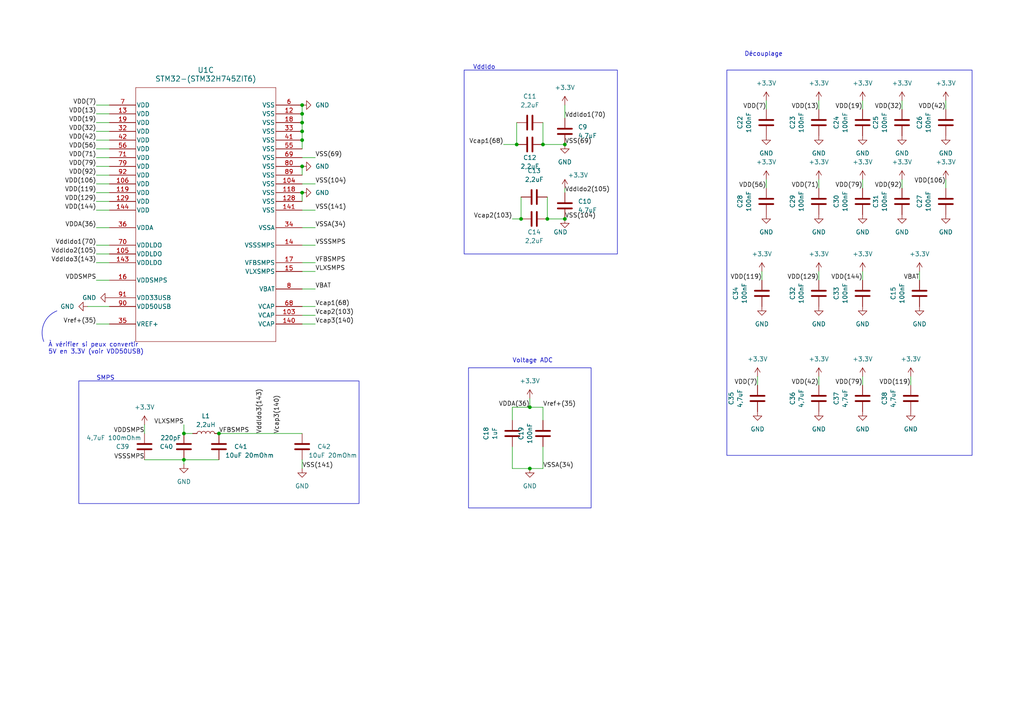
<source format=kicad_sch>
(kicad_sch (version 20230121) (generator eeschema)
  (paper "A4")
  (title_block (title "Payload") (rev "0") (company "GAUL"))
  (lib_symbols
    (symbol "Device:C" (pin_numbers hide) (pin_names (offset 0.254))
      (property "Reference" "C" (at 0.635 2.54 0))
      (property "Value" "C" (at 0.635 -2.54 0))
      (symbol "C_0_1"
        (polyline (pts (xy -2.032 -0.762) (xy 2.032 -0.762)) (stroke (width 0.508)))
        (polyline (pts (xy -2.032 0.762) (xy 2.032 0.762)) (stroke (width 0.508)))
      )
      (symbol "C_1_1"
        (pin passive line (at 0 3.81 270) (length 2.794) (name "~") (number "1"))
        (pin passive line (at 0 -3.81 90) (length 2.794) (name "~") (number "2"))
      )
    )
    (symbol "Device:L" (pin_numbers hide) (pin_names (offset 1.016) hide)
      (property "Reference" "L" (at -1.27 0 90))
      (property "Value" "L" (at 1.905 0 90))
      (symbol "L_0_1"
        (arc (start 0 -2.54) (mid 0.6323 -1.905) (end 0 -1.27))
        (arc (start 0 -1.27) (mid 0.6323 -0.635) (end 0 0))
        (arc (start 0 0) (mid 0.6323 0.635) (end 0 1.27))
        (arc (start 0 1.27) (mid 0.6323 1.905) (end 0 2.54))
      )
      (symbol "L_1_1"
        (pin passive line (at 0 3.81 270) (length 1.27) (name "1") (number "1"))
        (pin passive line (at 0 -3.81 90) (length 1.27) (name "2") (number "2"))
      )
    )
    (symbol "GAUL-Symboles:STM32-(STM32H745ZIT6)" (pin_names (offset 0.254))
      (property "Reference" "U" (at 30.48 10.16 0))
      (property "Value" "STM32-(STM32H745ZIT6)" (at 30.48 7.62 0))
      (symbol "STM32-(STM32H745ZIT6)_1_1"
        (polyline (pts (xy 7.62 -86.36) (xy 53.34 -86.36)) (stroke (width 0.127)))
        (polyline (pts (xy 7.62 5.08) (xy 7.62 -86.36)) (stroke (width 0.127)))
        (polyline (pts (xy 53.34 -86.36) (xy 53.34 5.08)) (stroke (width 0.127)))
        (polyline (pts (xy 53.34 5.08) (xy 7.62 5.08)) (stroke (width 0.127)))
        (pin bidirectional line (at 60.96 -35.56 180) (length 7.62) (name "PC14-OSC32_IN") (number "10"))
        (pin bidirectional line (at 0 -27.94 0) (length 7.62) (name "PA11") (number "100"))
        (pin bidirectional line (at 0 -30.48 0) (length 7.62) (name "PA12") (number "101"))
        (pin bidirectional line (at 0 -33.02 0) (length 7.62) (name "PA13") (number "102"))
        (pin bidirectional line (at 0 -35.56 0) (length 7.62) (name "PA14") (number "107"))
        (pin bidirectional line (at 0 -38.1 0) (length 7.62) (name "PA15") (number "108"))
        (pin bidirectional line (at 60.96 -25.4 180) (length 7.62) (name "PC10") (number "109"))
        (pin bidirectional line (at 60.96 -38.1 180) (length 7.62) (name "PC15-OSC32_OUT") (number "11"))
        (pin bidirectional line (at 60.96 -27.94 180) (length 7.62) (name "PC11") (number "110"))
        (pin bidirectional line (at 60.96 -30.48 180) (length 7.62) (name "PC12") (number "111"))
        (pin bidirectional line (at 60.96 -43.18 180) (length 7.62) (name "PD0") (number "112"))
        (pin bidirectional line (at 60.96 -45.72 180) (length 7.62) (name "PD1") (number "113"))
        (pin bidirectional line (at 60.96 -48.26 180) (length 7.62) (name "PD2") (number "114"))
        (pin bidirectional line (at 60.96 -50.8 180) (length 7.62) (name "PD3") (number "115"))
        (pin bidirectional line (at 60.96 -53.34 180) (length 7.62) (name "PD4") (number "116"))
        (pin bidirectional line (at 60.96 -55.88 180) (length 7.62) (name "PD5") (number "117"))
        (pin bidirectional line (at 60.96 -58.42 180) (length 7.62) (name "PD6") (number "120"))
        (pin bidirectional line (at 60.96 -60.96 180) (length 7.62) (name "PD7") (number "121"))
        (pin bidirectional line (at 0 -50.8 0) (length 7.62) (name "PB3") (number "130"))
        (pin bidirectional line (at 0 -53.34 0) (length 7.62) (name "PB4") (number "131"))
        (pin bidirectional line (at 0 -55.88 0) (length 7.62) (name "PB5") (number "132"))
        (pin bidirectional line (at 0 -58.42 0) (length 7.62) (name "PB6") (number "133"))
        (pin bidirectional line (at 0 -60.96 0) (length 7.62) (name "PB7") (number "134"))
        (pin bidirectional line (at 0 -63.5 0) (length 7.62) (name "PB8") (number "136"))
        (pin bidirectional line (at 0 -66.04 0) (length 7.62) (name "PB9") (number "137"))
        (pin bidirectional line (at 60.96 0 180) (length 7.62) (name "PC0") (number "28"))
        (pin bidirectional line (at 60.96 -2.54 180) (length 7.62) (name "PC1") (number "29"))
        (pin bidirectional line (at 60.96 -5.08 180) (length 7.62) (name "PC2_C") (number "30"))
        (pin bidirectional line (at 60.96 -7.62 180) (length 7.62) (name "PC3_C") (number "31"))
        (pin bidirectional line (at 0 0 0) (length 7.62) (name "PA0") (number "37"))
        (pin bidirectional line (at 0 -2.54 0) (length 7.62) (name "PA1") (number "38"))
        (pin bidirectional line (at 0 -5.08 0) (length 7.62) (name "PA2") (number "39"))
        (pin bidirectional line (at 0 -7.62 0) (length 7.62) (name "PA3") (number "40"))
        (pin bidirectional line (at 0 -10.16 0) (length 7.62) (name "PA4") (number "43"))
        (pin bidirectional line (at 0 -12.7 0) (length 7.62) (name "PA5") (number "44"))
        (pin bidirectional line (at 0 -15.24 0) (length 7.62) (name "PA6") (number "45"))
        (pin bidirectional line (at 0 -17.78 0) (length 7.62) (name "PA7") (number "46"))
        (pin bidirectional line (at 60.96 -10.16 180) (length 7.62) (name "PC4") (number "47"))
        (pin bidirectional line (at 60.96 -12.7 180) (length 7.62) (name "PC5") (number "48"))
        (pin bidirectional line (at 0 -43.18 0) (length 7.62) (name "PB0") (number "49"))
        (pin bidirectional line (at 0 -45.72 0) (length 7.62) (name "PB1") (number "50"))
        (pin bidirectional line (at 0 -48.26 0) (length 7.62) (name "PB2") (number "51"))
        (pin bidirectional line (at 0 -68.58 0) (length 7.62) (name "PB10") (number "66"))
        (pin bidirectional line (at 0 -71.12 0) (length 7.62) (name "PB11") (number "67"))
        (pin bidirectional line (at 0 -73.66 0) (length 7.62) (name "PB12") (number "72"))
        (pin bidirectional line (at 0 -76.2 0) (length 7.62) (name "PB13") (number "73"))
        (pin bidirectional line (at 0 -78.74 0) (length 7.62) (name "PB14") (number "74"))
        (pin bidirectional line (at 0 -81.28 0) (length 7.62) (name "PB15") (number "75"))
        (pin bidirectional line (at 60.96 -63.5 180) (length 7.62) (name "PD8") (number "76"))
        (pin bidirectional line (at 60.96 -66.04 180) (length 7.62) (name "PD9") (number "77"))
        (pin bidirectional line (at 60.96 -68.58 180) (length 7.62) (name "PD10") (number "78"))
        (pin bidirectional line (at 60.96 -71.12 180) (length 7.62) (name "PD11") (number "81"))
        (pin bidirectional line (at 60.96 -73.66 180) (length 7.62) (name "PD12") (number "82"))
        (pin bidirectional line (at 60.96 -76.2 180) (length 7.62) (name "PD13") (number "83"))
        (pin bidirectional line (at 60.96 -78.74 180) (length 7.62) (name "PD14") (number "84"))
        (pin bidirectional line (at 60.96 -81.28 180) (length 7.62) (name "PD15") (number "85"))
        (pin bidirectional line (at 60.96 -33.02 180) (length 7.62) (name "PC13") (number "9"))
        (pin bidirectional line (at 60.96 -15.24 180) (length 7.62) (name "PC6") (number "93"))
        (pin bidirectional line (at 60.96 -17.78 180) (length 7.62) (name "PC7") (number "94"))
        (pin bidirectional line (at 60.96 -20.32 180) (length 7.62) (name "PC8") (number "95"))
        (pin bidirectional line (at 60.96 -22.86 180) (length 7.62) (name "PC9") (number "96"))
        (pin bidirectional line (at 0 -20.32 0) (length 7.62) (name "PA8") (number "97"))
        (pin bidirectional line (at 0 -22.86 0) (length 7.62) (name "PA9") (number "98"))
        (pin bidirectional line (at 0 -25.4 0) (length 7.62) (name "PA10") (number "99"))
      )
      (symbol "STM32-(STM32H745ZIT6)_2_1"
        (polyline (pts (xy 7.62 -66.04) (xy 48.26 -66.04)) (stroke (width 0.127)))
        (polyline (pts (xy 7.62 5.08) (xy 7.62 -66.04)) (stroke (width 0.127)))
        (polyline (pts (xy 48.26 -66.04) (xy 48.26 5.08)) (stroke (width 0.127)))
        (polyline (pts (xy 48.26 5.08) (xy 7.62 5.08)) (stroke (width 0.127)))
        (pin bidirectional line (at 0 -5.08 0) (length 7.62) (name "PE2") (number "1"))
        (pin bidirectional line (at 55.88 -7.62 180) (length 7.62) (name "PG9") (number "122"))
        (pin bidirectional line (at 55.88 -10.16 180) (length 7.62) (name "PG10") (number "123"))
        (pin bidirectional line (at 55.88 -12.7 180) (length 7.62) (name "PG11") (number "124"))
        (pin bidirectional line (at 55.88 -15.24 180) (length 7.62) (name "PG12") (number "125"))
        (pin bidirectional line (at 55.88 -17.78 180) (length 7.62) (name "PG13") (number "126"))
        (pin bidirectional line (at 55.88 -20.32 180) (length 7.62) (name "PG14") (number "127"))
        (pin input line (at 55.88 -38.1 180) (length 7.62) (name "BOOT0") (number "135"))
        (pin bidirectional line (at 0 0 0) (length 7.62) (name "PE0") (number "138"))
        (pin bidirectional line (at 0 -2.54 0) (length 7.62) (name "PE1") (number "139"))
        (pin bidirectional line (at 55.88 -43.18 180) (length 7.62) (name "PDR_ON") (number "142"))
        (pin bidirectional line (at 0 -7.62 0) (length 7.62) (name "PE3") (number "2"))
        (pin bidirectional line (at 0 -43.18 0) (length 7.62) (name "PF6") (number "20"))
        (pin bidirectional line (at 0 -45.72 0) (length 7.62) (name "PF7") (number "21"))
        (pin bidirectional line (at 0 -48.26 0) (length 7.62) (name "PF8") (number "22"))
        (pin bidirectional line (at 0 -50.8 0) (length 7.62) (name "PF9") (number "23"))
        (pin bidirectional line (at 0 -53.34 0) (length 7.62) (name "PF10") (number "24"))
        (pin bidirectional line (at 55.88 -25.4 180) (length 7.62) (name "PH0-OSC_IN") (number "25"))
        (pin bidirectional line (at 55.88 -27.94 180) (length 7.62) (name "PH1-OSC_OUT") (number "26"))
        (pin bidirectional line (at 55.88 -33.02 180) (length 7.62) (name "NRST") (number "27"))
        (pin bidirectional line (at 0 -10.16 0) (length 7.62) (name "PE4") (number "3"))
        (pin bidirectional line (at 0 -12.7 0) (length 7.62) (name "PE5") (number "4"))
        (pin bidirectional line (at 0 -15.24 0) (length 7.62) (name "PE6") (number "5"))
        (pin bidirectional line (at 0 -55.88 0) (length 7.62) (name "PF11") (number "52"))
        (pin bidirectional line (at 0 -58.42 0) (length 7.62) (name "PF14") (number "53"))
        (pin bidirectional line (at 0 -60.96 0) (length 7.62) (name "PF15") (number "54"))
        (pin bidirectional line (at 0 -17.78 0) (length 7.62) (name "PE7") (number "57"))
        (pin bidirectional line (at 0 -20.32 0) (length 7.62) (name "PE8") (number "58"))
        (pin bidirectional line (at 0 -22.86 0) (length 7.62) (name "PE9") (number "59"))
        (pin bidirectional line (at 0 -25.4 0) (length 7.62) (name "PE10") (number "60"))
        (pin bidirectional line (at 0 -27.94 0) (length 7.62) (name "PE11") (number "61"))
        (pin bidirectional line (at 0 -30.48 0) (length 7.62) (name "PE12") (number "62"))
        (pin bidirectional line (at 0 -33.02 0) (length 7.62) (name "PE13") (number "63"))
        (pin bidirectional line (at 0 -35.56 0) (length 7.62) (name "PE14") (number "64"))
        (pin bidirectional line (at 0 -38.1 0) (length 7.62) (name "PE15") (number "65"))
        (pin bidirectional line (at 55.88 0 180) (length 7.62) (name "PG6") (number "86"))
        (pin bidirectional line (at 55.88 -2.54 180) (length 7.62) (name "PG7") (number "87"))
        (pin bidirectional line (at 55.88 -5.08 180) (length 7.62) (name "PG8") (number "88"))
      )
      (symbol "STM32-(STM32H745ZIT6)_3_1"
        (polyline (pts (xy 7.62 -68.58) (xy 48.26 -68.58)) (stroke (width 0.127)))
        (polyline (pts (xy 7.62 5.08) (xy 7.62 -68.58)) (stroke (width 0.127)))
        (polyline (pts (xy 48.26 -68.58) (xy 48.26 5.08)) (stroke (width 0.127)))
        (polyline (pts (xy 48.26 5.08) (xy 7.62 5.08)) (stroke (width 0.127)))
        (pin power_in line (at 55.88 -60.96 180) (length 7.62) (name "VCAP") (number "103"))
        (pin power_in line (at 55.88 -22.86 180) (length 7.62) (name "VSS") (number "104"))
        (pin power_in line (at 0 -43.18 0) (length 7.62) (name "VDDLDO") (number "105"))
        (pin power_in line (at 0 -22.86 0) (length 7.62) (name "VDD") (number "106"))
        (pin power_in line (at 55.88 -25.4 180) (length 7.62) (name "VSS") (number "118"))
        (pin power_in line (at 0 -25.4 0) (length 7.62) (name "VDD") (number "119"))
        (pin power_in line (at 55.88 -2.54 180) (length 7.62) (name "VSS") (number "12"))
        (pin power_in line (at 55.88 -27.94 180) (length 7.62) (name "VSS") (number "128"))
        (pin power_in line (at 0 -27.94 0) (length 7.62) (name "VDD") (number "129"))
        (pin power_in line (at 0 -2.54 0) (length 7.62) (name "VDD") (number "13"))
        (pin power_in line (at 55.88 -40.64 180) (length 7.62) (name "VSSSMPS") (number "14"))
        (pin power_in line (at 55.88 -63.5 180) (length 7.62) (name "VCAP") (number "140"))
        (pin power_in line (at 55.88 -30.48 180) (length 7.62) (name "VSS") (number "141"))
        (pin power_in line (at 0 -45.72 0) (length 7.62) (name "VDDLDO") (number "143"))
        (pin power_in line (at 0 -30.48 0) (length 7.62) (name "VDD") (number "144"))
        (pin power_in line (at 55.88 -48.26 180) (length 7.62) (name "VLXSMPS") (number "15"))
        (pin power_in line (at 0 -50.8 0) (length 7.62) (name "VDDSMPS") (number "16"))
        (pin power_in line (at 55.88 -45.72 180) (length 7.62) (name "VFBSMPS") (number "17"))
        (pin power_in line (at 55.88 -5.08 180) (length 7.62) (name "VSS") (number "18"))
        (pin power_in line (at 0 -5.08 0) (length 7.62) (name "VDD") (number "19"))
        (pin power_in line (at 0 -7.62 0) (length 7.62) (name "VDD") (number "32"))
        (pin power_in line (at 55.88 -7.62 180) (length 7.62) (name "VSS") (number "33"))
        (pin power_in line (at 55.88 -35.56 180) (length 7.62) (name "VSSA") (number "34"))
        (pin power_in line (at 0 -63.5 0) (length 7.62) (name "VREF+") (number "35"))
        (pin power_in line (at 0 -35.56 0) (length 7.62) (name "VDDA") (number "36"))
        (pin power_in line (at 55.88 -10.16 180) (length 7.62) (name "VSS") (number "41"))
        (pin power_in line (at 0 -10.16 0) (length 7.62) (name "VDD") (number "42"))
        (pin power_in line (at 55.88 -12.7 180) (length 7.62) (name "VSS") (number "55"))
        (pin power_in line (at 0 -12.7 0) (length 7.62) (name "VDD") (number "56"))
        (pin power_in line (at 55.88 0 180) (length 7.62) (name "VSS") (number "6"))
        (pin power_in line (at 55.88 -58.42 180) (length 7.62) (name "VCAP") (number "68"))
        (pin power_in line (at 55.88 -15.24 180) (length 7.62) (name "VSS") (number "69"))
        (pin power_in line (at 0 0 0) (length 7.62) (name "VDD") (number "7"))
        (pin power_in line (at 0 -40.64 0) (length 7.62) (name "VDDLDO") (number "70"))
        (pin power_in line (at 0 -15.24 0) (length 7.62) (name "VDD") (number "71"))
        (pin power_in line (at 0 -17.78 0) (length 7.62) (name "VDD") (number "79"))
        (pin power_in line (at 55.88 -53.34 180) (length 7.62) (name "VBAT") (number "8"))
        (pin power_in line (at 55.88 -17.78 180) (length 7.62) (name "VSS") (number "80"))
        (pin power_in line (at 55.88 -20.32 180) (length 7.62) (name "VSS") (number "89"))
        (pin power_in line (at 0 -58.42 0) (length 7.62) (name "VDD50USB") (number "90"))
        (pin power_in line (at 0 -55.88 0) (length 7.62) (name "VDD33USB") (number "91"))
        (pin power_in line (at 0 -20.32 0) (length 7.62) (name "VDD") (number "92"))
      )
    )
    (symbol "power:+3.3V" (power) (pin_names (offset 0))
      (property "Value" "+3.3V" (at 0 3.556 0))
      (symbol "+3.3V_0_1"
        (polyline (pts (xy -0.762 1.27) (xy 0 2.54)))
        (polyline (pts (xy 0 0) (xy 0 2.54)))
        (polyline (pts (xy 0 2.54) (xy 0.762 1.27)))
      )
      (symbol "+3.3V_1_1"
        (pin power_in line (at 0 0 90) (length 0) hide (name "+3.3V") (number "1"))
      )
    )
    (symbol "power:GND" (power) (pin_names (offset 0))
      (property "Value" "GND" (at 0 -3.81 0))
      (symbol "GND_0_1"
        (polyline (pts (xy 0 0) (xy 0 -1.27) (xy 1.27 -1.27) (xy 0 -2.54) (xy -1.27 -1.27) (xy 0 -1.27)))
      )
      (symbol "GND_1_1"
        (pin power_in line (at 0 0 270) (length 0) hide (name "GND") (number "1"))
      )
    )
  )
  (junction (at 53.34 125.73))
  (junction (at 158.75 63.5))
  (junction (at 157.48 41.91))
  (junction (at 151.13 63.5))
  (junction (at 87.63 38.1))
  (junction (at 163.83 63.5))
  (junction (at 87.63 30.48))
  (junction (at 63.5 125.73))
  (junction (at 153.67 118.11))
  (junction (at 87.63 35.56))
  (junction (at 87.63 40.64))
  (junction (at 53.34 133.35))
  (junction (at 87.63 33.02))
  (junction (at 163.83 41.91))
  (junction (at 87.63 55.88))
  (junction (at 87.63 48.26))
  (junction (at 153.67 135.89))
  (junction (at 149.86 41.91))
  (wire (pts (xy 27.94 33.02) (xy 31.75 33.02)))
  (wire (pts (xy 27.94 40.64) (xy 31.75 40.64)))
  (wire (pts (xy 148.59 118.11) (xy 148.59 121.92)))
  (wire (pts (xy 222.25 29.21) (xy 222.25 31.75)))
  (wire (pts (xy 27.94 66.04) (xy 31.75 66.04)))
  (wire (pts (xy 27.94 76.2) (xy 31.75 76.2)))
  (wire (pts (xy 91.44 66.04) (xy 87.63 66.04)))
  (wire (pts (xy 27.94 48.26) (xy 31.75 48.26)))
  (wire (pts (xy 27.94 30.48) (xy 31.75 30.48)))
  (wire (pts (xy 157.48 121.92) (xy 157.48 118.11)))
  (wire (pts (xy 157.48 135.89) (xy 157.48 129.54)))
  (wire (pts (xy 27.94 55.88) (xy 31.75 55.88)))
  (wire (pts (xy 250.19 29.21) (xy 250.19 31.75)))
  (wire (pts (xy 163.83 30.48) (xy 163.83 34.29)))
  (wire (pts (xy 237.49 29.21) (xy 237.49 31.75)))
  (wire (pts (xy 87.63 55.88) (xy 87.63 58.42)))
  (wire (pts (xy 87.63 38.1) (xy 87.63 40.64)))
  (wire (pts (xy 261.62 29.21) (xy 261.62 31.75)))
  (wire (pts (xy 27.94 81.28) (xy 31.75 81.28)))
  (wire (pts (xy 87.63 60.96) (xy 91.44 60.96)))
  (wire (pts (xy 158.75 63.5) (xy 163.83 63.5)))
  (wire (pts (xy 163.83 54.61) (xy 163.83 55.88)))
  (wire (pts (xy 222.25 52.07) (xy 222.25 54.61)))
  (wire (pts (xy 87.63 93.98) (xy 91.44 93.98)))
  (wire (pts (xy 87.63 48.26) (xy 87.63 50.8)))
  (wire (pts (xy 274.32 29.21) (xy 274.32 31.75)))
  (wire (pts (xy 27.94 58.42) (xy 31.75 58.42)))
  (wire (pts (xy 151.13 57.15) (xy 151.13 63.5)))
  (wire (pts (xy 237.49 78.74) (xy 237.49 81.28)))
  (wire (pts (xy 149.86 35.56) (xy 149.86 41.91)))
  (wire (pts (xy 27.94 71.12) (xy 31.75 71.12)))
  (wire (pts (xy 266.7 78.74) (xy 266.7 81.28)))
  (wire (pts (xy 27.94 38.1) (xy 31.75 38.1)))
  (wire (pts (xy 27.94 35.56) (xy 31.75 35.56)))
  (wire (pts (xy 250.19 109.22) (xy 250.19 111.76)))
  (wire (pts (xy 153.67 118.11) (xy 153.67 115.57)))
  (wire (pts (xy 250.19 52.07) (xy 250.19 54.61)))
  (wire (pts (xy 158.75 57.15) (xy 158.75 63.5)))
  (wire (pts (xy 91.44 76.2) (xy 87.63 76.2)))
  (wire (pts (xy 87.63 33.02) (xy 87.63 35.56)))
  (wire (pts (xy 274.32 52.07) (xy 274.32 54.61)))
  (wire (pts (xy 157.48 41.91) (xy 163.83 41.91)))
  (wire (pts (xy 148.59 135.89) (xy 153.67 135.89)))
  (wire (pts (xy 53.34 134.62) (xy 53.34 133.35)))
  (wire (pts (xy 53.34 133.35) (xy 63.5 133.35)))
  (wire (pts (xy 27.94 60.96) (xy 31.75 60.96)))
  (wire (pts (xy 237.49 52.07) (xy 237.49 54.61)))
  (wire (pts (xy 63.5 125.73) (xy 87.63 125.73)))
  (wire (pts (xy 41.91 133.35) (xy 53.34 133.35)))
  (wire (pts (xy 91.44 45.72) (xy 87.63 45.72)))
  (wire (pts (xy 27.94 53.34) (xy 31.75 53.34)))
  (wire (pts (xy 148.59 118.11) (xy 153.67 118.11)))
  (wire (pts (xy 25.4 88.9) (xy 31.75 88.9)))
  (wire (pts (xy 157.48 118.11) (xy 153.67 118.11)))
  (wire (pts (xy 91.44 71.12) (xy 87.63 71.12)))
  (wire (pts (xy 27.94 93.98) (xy 31.75 93.98)))
  (wire (pts (xy 237.49 109.22) (xy 237.49 111.76)))
  (wire (pts (xy 250.19 78.74) (xy 250.19 81.28)))
  (wire (pts (xy 87.63 35.56) (xy 87.63 38.1)))
  (wire (pts (xy 87.63 40.64) (xy 87.63 43.18)))
  (wire (pts (xy 91.44 78.74) (xy 87.63 78.74)))
  (wire (pts (xy 153.67 135.89) (xy 157.48 135.89)))
  (wire (pts (xy 157.48 35.56) (xy 157.48 41.91)))
  (wire (pts (xy 91.44 83.82) (xy 87.63 83.82)))
  (wire (pts (xy 91.44 53.34) (xy 87.63 53.34)))
  (wire (pts (xy 55.88 125.73) (xy 53.34 125.73)))
  (wire (pts (xy 220.98 78.74) (xy 220.98 81.28)))
  (wire (pts (xy 27.94 43.18) (xy 31.75 43.18)))
  (wire (pts (xy 91.44 88.9) (xy 87.63 88.9)))
  (wire (pts (xy 219.71 109.22) (xy 219.71 111.76)))
  (wire (pts (xy 87.63 30.48) (xy 87.63 33.02)))
  (wire (pts (xy 148.59 129.54) (xy 148.59 135.89)))
  (wire (pts (xy 87.63 133.35) (xy 87.63 135.89)))
  (wire (pts (xy 146.05 41.91) (xy 149.86 41.91)))
  (wire (pts (xy 27.94 45.72) (xy 31.75 45.72)))
  (wire (pts (xy 27.94 50.8) (xy 31.75 50.8)))
  (wire (pts (xy 41.91 123.19) (xy 41.91 125.73)))
  (wire (pts (xy 261.62 52.07) (xy 261.62 54.61)))
  (wire (pts (xy 53.34 123.19) (xy 53.34 125.73)))
  (wire (pts (xy 148.59 63.5) (xy 151.13 63.5)))
  (wire (pts (xy 87.63 91.44) (xy 91.44 91.44)))
  (wire (pts (xy 27.94 73.66) (xy 31.75 73.66)))
  (wire (pts (xy 264.16 109.22) (xy 264.16 111.76)))
  (rectangle (start 134.62 20.32) (end 179.07 73.66))
  (rectangle (start 22.86 110.49) (end 104.14 146.05))
  (rectangle (start 135.89 106.68) (end 171.45 147.32))
  (rectangle (start 210.82 20.32) (end 281.94 132.08))
  (arc (start 12.7 99.06) (mid 12.7638 93.8259) (end 16.51 90.17))
  (text "Découplage" (at 215.9 16.51 0) (effects (font (size 1.27 1.27)) (justify left bottom)))
  (text "À vérifier si peux convertir\n5V en 3.3V (voir VDD50USB)" (at 13.97 102.87 0) (effects (font (size 1.27 1.27)) (justify left bottom)))
  (text "Voltage ADC" (at 148.59 105.41 0) (effects (font (size 1.27 1.27)) (justify left bottom)))
  (text "SMPS" (at 27.94 110.49 0) (effects (font (size 1.27 1.27)) (justify left bottom)))
  (text "Vddldo" (at 137.16 20.32 0) (effects (font (size 1.27 1.27)) (justify left bottom)))
  (label "VDD(71)" (at 237.49 54.61 180))
  (label "VDD(129)" (at 27.94 58.42 180))
  (label "VSSSMPS" (at 41.91 133.35 180))
  (label "VDD(7)" (at 27.94 30.48 180))
  (label "Vddldo1(70)" (at 163.83 34.29 0))
  (label "VDDSMPS" (at 27.94 81.28 180))
  (label "VDD(19)" (at 27.94 35.56 180))
  (label "VDD(106)" (at 274.32 53.34 180))
  (label "VSSA(34)" (at 91.44 66.04 0))
  (label "VFBSMPS" (at 91.44 76.2 0))
  (label "Vddldo2(105)" (at 27.94 73.66 180))
  (label "VSS(69)" (at 163.83 41.91 0))
  (label "VDD(42)" (at 274.32 31.75 180))
  (label "VSS(104)" (at 91.44 53.34 0))
  (label "VDD(79)" (at 250.19 54.61 180))
  (label "VDD(119)" (at 264.16 111.76 180))
  (label "VSS(69)" (at 91.44 45.72 0))
  (label "VSS(104)" (at 163.83 63.5 0))
  (label "VDD(144)" (at 27.94 60.96 180))
  (label "VDD(106)" (at 27.94 53.34 180))
  (label "Vcap1(68)" (at 91.44 88.9 0))
  (label "VDD(13)" (at 27.94 33.02 180))
  (label "VSS(141)" (at 87.63 135.89 0))
  (label "VDD(119)" (at 27.94 55.88 180))
  (label "VDD(119)" (at 220.98 81.28 180))
  (label "VDD(144)" (at 250.19 81.28 180))
  (label "Vcap3(140)" (at 91.44 93.98 0))
  (label "VDDA(36)" (at 153.67 118.11 180))
  (label "VDD(79)" (at 27.94 48.26 180))
  (label "Vref+(35)" (at 157.48 118.11 0))
  (label "Vcap2(103)" (at 91.44 91.44 0))
  (label "VDD(92)" (at 27.94 50.8 180))
  (label "VSSA(34)" (at 157.48 135.89 0))
  (label "VSSSMPS" (at 91.44 71.12 0))
  (label "VDD(129)" (at 237.49 81.28 180))
  (label "VDD(7)" (at 222.25 31.75 180))
  (label "VBAT" (at 266.7 81.28 180))
  (label "VDD(92)" (at 261.62 54.61 180))
  (label "Vddldo3(143)" (at 27.94 76.2 180))
  (label "VDD(42)" (at 237.49 111.76 180))
  (label "VDD(13)" (at 237.49 31.75 180))
  (label "VDD(71)" (at 27.94 45.72 180))
  (label "VDDSMPS" (at 41.91 125.73 180))
  (label "Vddldo2(105)" (at 163.83 55.88 0))
  (label "Vddldo1(70)" (at 27.94 71.12 180))
  (label "VDD(42)" (at 27.94 40.64 180))
  (label "VDDA(36)" (at 27.94 66.04 180))
  (label "VDD(19)" (at 250.19 31.75 180))
  (label "VLXSMPS" (at 91.44 78.74 0))
  (label "VDD(79)" (at 250.19 111.76 180))
  (label "VDD(56)" (at 27.94 43.18 180))
  (label "Vcap3(140)" (at 81.28 125.73 90))
  (label "VDD(7)" (at 219.71 111.76 180))
  (label "Vcap1(68)" (at 146.05 41.91 180))
  (label "Vcap2(103)" (at 148.59 63.5 180))
  (label "VSS(141)" (at 91.44 60.96 0))
  (label "Vref+(35)" (at 27.94 93.98 180))
  (label "VDD(56)" (at 222.25 54.61 180))
  (label "VFBSMPS" (at 63.5 125.73 0))
  (label "VDD(32)" (at 27.94 38.1 180))
  (label "VLXSMPS" (at 53.34 123.19 180))
  (label "Vddldo3(143)" (at 76.2 125.73 90))
  (label "VBAT" (at 91.44 83.82 0))
  (label "VDD(32)" (at 261.62 31.75 180))
  (symbol (lib_id "power:+3.3V") (at 237.49 78.74 0) (unit 1)
    (property "Reference" "#PWR084" (effects hide))
    (property "Value" "+3.3V" (at 237.49 73.66 0))
  )
  (symbol (lib_id "power:GND") (at 264.16 119.38 0) (unit 1)
    (property "Reference" "#PWR097" (effects hide))
    (property "Value" "GND" (at 264.16 124.46 0))
  )
  (symbol (lib_id "Device:C") (at 274.32 58.42 180) (unit 1)
    (property "Reference" "C27" (at 266.7 58.42 90))
    (property "Value" "100nF" (at 269.24 58.42 90))
  )
  (symbol (lib_id "Device:C") (at 261.62 58.42 180) (unit 1)
    (property "Reference" "C31" (at 254 58.42 90))
    (property "Value" "100nF" (at 256.54 58.42 90))
  )
  (symbol (lib_id "Device:C") (at 237.49 58.42 180) (unit 1)
    (property "Reference" "C29" (at 229.87 58.42 90))
    (property "Value" "100nF" (at 232.41 58.42 90))
  )
  (symbol (lib_id "Device:C") (at 154.94 63.5 90) (unit 1)
    (property "Reference" "C14" (at 154.94 67.31 90))
    (property "Value" "2,2uF" (at 154.94 69.85 90))
  )
  (symbol (lib_id "power:GND") (at 237.49 62.23 0) (unit 1)
    (property "Reference" "#PWR079" (effects hide))
    (property "Value" "GND" (at 237.49 67.31 0))
  )
  (symbol (lib_id "power:+3.3V") (at 274.32 29.21 0) (unit 1)
    (property "Reference" "#PWR072" (effects hide))
    (property "Value" "+3.3V" (at 274.32 24.13 0))
  )
  (symbol (lib_id "Device:C") (at 219.71 115.57 180) (unit 1)
    (property "Reference" "C35" (at 212.09 115.57 90))
    (property "Value" "4,7uF" (at 214.63 115.57 90))
  )
  (symbol (lib_id "Device:C") (at 154.94 57.15 90) (unit 1)
    (property "Reference" "C13" (at 154.94 49.53 90))
    (property "Value" "2,2uF" (at 154.94 52.07 90))
  )
  (symbol (lib_id "power:+3.3V") (at 266.7 78.74 0) (unit 1)
    (property "Reference" "#PWR0109" (effects hide))
    (property "Value" "+3.3V" (at 266.7 73.66 0))
  )
  (symbol (lib_id "power:+3.3V") (at 261.62 52.07 0) (unit 1)
    (property "Reference" "#PWR082" (effects hide))
    (property "Value" "+3.3V" (at 261.62 46.99 0))
  )
  (symbol (lib_id "power:GND") (at 53.34 134.62 0) (unit 1)
    (property "Reference" "#PWR0102" (effects hide))
    (property "Value" "GND" (at 53.34 139.7 0))
  )
  (symbol (lib_id "power:GND") (at 153.67 135.89 0) (unit 1)
    (property "Reference" "#PWR061" (effects hide))
    (property "Value" "GND" (at 153.67 140.97 0))
  )
  (symbol (lib_id "Device:C") (at 148.59 125.73 180) (unit 1)
    (property "Reference" "C18" (at 140.97 125.73 90))
    (property "Value" "1uF" (at 143.51 125.73 90))
  )
  (symbol (lib_id "power:+3.3V") (at 250.19 78.74 0) (unit 1)
    (property "Reference" "#PWR086" (effects hide))
    (property "Value" "+3.3V" (at 250.19 73.66 0))
  )
  (symbol (lib_id "Device:C") (at 222.25 35.56 180) (unit 1)
    (property "Reference" "C22" (at 214.63 35.56 90))
    (property "Value" "100nF" (at 217.17 35.56 90))
  )
  (symbol (lib_id "Device:C") (at 163.83 59.69 180) (unit 1)
    (property "Reference" "C10" (at 167.64 58.42 0) (effects (justify right)))
    (property "Value" "4,7uF" (at 167.64 60.96 0) (effects (justify right)))
  )
  (symbol (lib_id "power:+3.3V") (at 153.67 115.57 0) (unit 1)
    (property "Reference" "#PWR060" (effects hide))
    (property "Value" "+3.3V" (at 153.67 110.49 0))
  )
  (symbol (lib_id "Device:C") (at 264.16 115.57 180) (unit 1)
    (property "Reference" "C38" (at 256.54 115.57 90))
    (property "Value" "4,7uF" (at 259.08 115.57 90))
  )
  (symbol (lib_id "Device:C") (at 87.63 129.54 180) (unit 1)
    (property "Reference" "C42" (at 93.98 129.54 0))
    (property "Value" "10uF 20mOhm" (at 96.52 132.08 0))
    (property "Datasheet" "https://www.digikey.ca/en/products/filter/tantalum-polymer-capacitors/70" (effects hide))
  )
  (symbol (lib_id "Device:C") (at 250.19 115.57 180) (unit 1)
    (property "Reference" "C37" (at 242.57 115.57 90))
    (property "Value" "4,7uF" (at 245.11 115.57 90))
  )
  (symbol (lib_id "Device:L") (at 59.69 125.73 90) (unit 1)
    (property "Reference" "L1" (at 59.69 120.65 90))
    (property "Value" "2,2uH" (at 59.69 123.19 90))
  )
  (symbol (lib_id "power:GND") (at 250.19 119.38 0) (unit 1)
    (property "Reference" "#PWR095" (effects hide))
    (property "Value" "GND" (at 250.19 124.46 0))
  )
  (symbol (lib_id "power:GND") (at 219.71 119.38 0) (unit 1)
    (property "Reference" "#PWR091" (effects hide))
    (property "Value" "GND" (at 219.71 124.46 0))
  )
  (symbol (lib_id "power:GND") (at 163.83 63.5 0) (unit 1)
    (property "Reference" "#PWR056" (effects hide))
    (property "Value" "GND" (at 162.56 67.31 0))
  )
  (symbol (lib_id "Device:C") (at 237.49 85.09 180) (unit 1)
    (property "Reference" "C32" (at 229.87 85.09 90))
    (property "Value" "100nF" (at 232.41 85.09 90))
  )
  (symbol (lib_id "Device:C") (at 250.19 35.56 180) (unit 1)
    (property "Reference" "C24" (at 242.57 35.56 90))
    (property "Value" "100nF" (at 245.11 35.56 90))
  )
  (symbol (lib_id "power:GND") (at 220.98 88.9 0) (unit 1)
    (property "Reference" "#PWR089" (effects hide))
    (property "Value" "GND" (at 220.98 93.98 0))
  )
  (symbol (lib_id "Device:C") (at 261.62 35.56 180) (unit 1)
    (property "Reference" "C25" (at 254 35.56 90))
    (property "Value" "100nF" (at 256.54 35.56 90))
  )
  (symbol (lib_id "power:+3.3V") (at 237.49 109.22 0) (unit 1)
    (property "Reference" "#PWR092" (effects hide))
    (property "Value" "+3.3V" (at 237.49 104.14 0))
  )
  (symbol (lib_id "Device:C") (at 222.25 58.42 180) (unit 1)
    (property "Reference" "C28" (at 214.63 58.42 90))
    (property "Value" "100nF" (at 217.17 58.42 90))
  )
  (symbol (lib_id "GAUL-Symboles:STM32-(STM32H745ZIT6)") (at 31.75 30.48 0) (unit 3)
    (property "Reference" "U1" (at 59.69 20.32 0) (effects (font (size 1.524 1.524))))
    (property "Value" "STM32-(STM32H745ZIT6)" (at 59.69 22.86 0) (effects (font (size 1.524 1.524))))
    (property "Footprint" "LQFP-144" (effects hide))
    (property "Datasheet" "STM32H745ZIT6" (effects hide))
  )
  (symbol (lib_id "Device:C") (at 250.19 85.09 180) (unit 1)
    (property "Reference" "C33" (at 242.57 85.09 90))
    (property "Value" "100nF" (at 245.11 85.09 90))
  )
  (symbol (lib_id "power:GND") (at 250.19 62.23 0) (unit 1)
    (property "Reference" "#PWR081" (effects hide))
    (property "Value" "GND" (at 250.19 67.31 0))
  )
  (symbol (lib_id "power:GND") (at 274.32 39.37 0) (unit 1)
    (property "Reference" "#PWR073" (effects hide))
    (property "Value" "GND" (at 274.32 44.45 0))
  )
  (symbol (lib_id "power:GND") (at 266.7 88.9 0) (unit 1)
    (property "Reference" "#PWR0110" (effects hide))
    (property "Value" "GND" (at 266.7 93.98 0))
  )
  (symbol (lib_id "power:GND") (at 87.63 135.89 0) (unit 1)
    (property "Reference" "#PWR0103" (effects hide))
    (property "Value" "GND" (at 87.63 140.97 0))
  )
  (symbol (lib_id "power:+3.3V") (at 220.98 78.74 0) (unit 1)
    (property "Reference" "#PWR088" (effects hide))
    (property "Value" "+3.3V" (at 220.98 73.66 0))
  )
  (symbol (lib_id "Device:C") (at 41.91 129.54 0) (unit 1)
    (property "Reference" "C39" (at 35.56 129.54 0))
    (property "Value" "4,7uF 100mOhm" (at 33.02 127 0))
    (property "Datasheet" "https://www.digikey.ca/en/products/filter/tantalum-polymer-capacitors/70" (effects hide))
  )
  (symbol (lib_id "power:GND") (at 25.4 88.9 270) (unit 1)
    (property "Reference" "#PWR059" (effects hide))
    (property "Value" "GND" (at 21.59 88.9 90) (effects (justify right)))
  )
  (symbol (lib_id "power:+3.3V") (at 250.19 109.22 0) (unit 1)
    (property "Reference" "#PWR094" (effects hide))
    (property "Value" "+3.3V" (at 250.19 104.14 0))
  )
  (symbol (lib_id "Device:C") (at 237.49 115.57 180) (unit 1)
    (property "Reference" "C36" (at 229.87 115.57 90))
    (property "Value" "4,7uF" (at 232.41 115.57 90))
  )
  (symbol (lib_id "Device:C") (at 237.49 35.56 180) (unit 1)
    (property "Reference" "C23" (at 229.87 35.56 90))
    (property "Value" "100nF" (at 232.41 35.56 90))
  )
  (symbol (lib_id "power:GND") (at 250.19 39.37 0) (unit 1)
    (property "Reference" "#PWR069" (effects hide))
    (property "Value" "GND" (at 250.19 44.45 0))
  )
  (symbol (lib_id "power:+3.3V") (at 222.25 52.07 0) (unit 1)
    (property "Reference" "#PWR076" (effects hide))
    (property "Value" "+3.3V" (at 222.25 46.99 0))
  )
  (symbol (lib_id "power:GND") (at 222.25 62.23 0) (unit 1)
    (property "Reference" "#PWR077" (effects hide))
    (property "Value" "GND" (at 222.25 67.31 0))
  )
  (symbol (lib_id "power:+3.3V") (at 219.71 109.22 0) (unit 1)
    (property "Reference" "#PWR090" (effects hide))
    (property "Value" "+3.3V" (at 219.71 104.14 0))
  )
  (symbol (lib_id "power:GND") (at 87.63 48.26 90) (unit 1)
    (property "Reference" "#PWR099" (effects hide))
    (property "Value" "GND" (at 91.44 48.26 90) (effects (justify right)))
  )
  (symbol (lib_id "power:+3.3V") (at 237.49 52.07 0) (unit 1)
    (property "Reference" "#PWR078" (effects hide))
    (property "Value" "+3.3V" (at 237.49 46.99 0))
  )
  (symbol (lib_id "power:GND") (at 87.63 55.88 90) (unit 1)
    (property "Reference" "#PWR0100" (effects hide))
    (property "Value" "GND" (at 91.44 55.88 90) (effects (justify right)))
  )
  (symbol (lib_id "power:+3.3V") (at 250.19 52.07 0) (unit 1)
    (property "Reference" "#PWR080" (effects hide))
    (property "Value" "+3.3V" (at 250.19 46.99 0))
  )
  (symbol (lib_id "Device:C") (at 153.67 41.91 90) (unit 1)
    (property "Reference" "C12" (at 153.67 45.72 90))
    (property "Value" "2,2uF" (at 153.67 48.26 90))
  )
  (symbol (lib_id "power:+3.3V") (at 274.32 52.07 0) (unit 1)
    (property "Reference" "#PWR074" (effects hide))
    (property "Value" "+3.3V" (at 274.32 46.99 0))
  )
  (symbol (lib_id "power:+3.3V") (at 237.49 29.21 0) (unit 1)
    (property "Reference" "#PWR066" (effects hide))
    (property "Value" "+3.3V" (at 237.49 24.13 0))
  )
  (symbol (lib_id "power:GND") (at 87.63 30.48 90) (unit 1)
    (property "Reference" "#PWR098" (effects hide))
    (property "Value" "GND" (at 91.44 30.48 90) (effects (justify right)))
  )
  (symbol (lib_id "Device:C") (at 53.34 129.54 0) (unit 1)
    (property "Reference" "C40" (at 48.26 129.54 0))
    (property "Value" "220pF" (at 49.53 127 0))
    (property "Datasheet" "https://www.digikey.ca/en/products/filter/tantalum-polymer-capacitors/70" (effects hide))
  )
  (symbol (lib_id "power:+3.3V") (at 261.62 29.21 0) (unit 1)
    (property "Reference" "#PWR070" (effects hide))
    (property "Value" "+3.3V" (at 261.62 24.13 0))
  )
  (symbol (lib_id "Device:C") (at 153.67 35.56 90) (unit 1)
    (property "Reference" "C11" (at 153.67 27.94 90))
    (property "Value" "2,2uF" (at 153.67 30.48 90))
  )
  (symbol (lib_id "power:GND") (at 274.32 62.23 0) (unit 1)
    (property "Reference" "#PWR075" (effects hide))
    (property "Value" "GND" (at 274.32 67.31 0))
  )
  (symbol (lib_id "Device:C") (at 250.19 58.42 180) (unit 1)
    (property "Reference" "C30" (at 242.57 58.42 90))
    (property "Value" "100nF" (at 245.11 58.42 90))
  )
  (symbol (lib_id "power:GND") (at 261.62 39.37 0) (unit 1)
    (property "Reference" "#PWR071" (effects hide))
    (property "Value" "GND" (at 261.62 44.45 0))
  )
  (symbol (lib_id "power:GND") (at 163.83 41.91 0) (unit 1)
    (property "Reference" "#PWR052" (effects hide))
    (property "Value" "GND" (at 163.83 46.99 0))
  )
  (symbol (lib_id "Device:C") (at 157.48 125.73 180) (unit 1)
    (property "Reference" "C19" (at 151.13 125.73 90))
    (property "Value" "100nF" (at 153.67 125.73 90))
  )
  (symbol (lib_id "Device:C") (at 266.7 85.09 180) (unit 1)
    (property "Reference" "C15" (at 259.08 85.09 90))
    (property "Value" "100nF" (at 261.62 85.09 90))
  )
  (symbol (lib_id "power:GND") (at 261.62 62.23 0) (unit 1)
    (property "Reference" "#PWR083" (effects hide))
    (property "Value" "GND" (at 261.62 67.31 0))
  )
  (symbol (lib_id "power:GND") (at 250.19 88.9 0) (unit 1)
    (property "Reference" "#PWR087" (effects hide))
    (property "Value" "GND" (at 250.19 93.98 0))
  )
  (symbol (lib_id "power:GND") (at 237.49 39.37 0) (unit 1)
    (property "Reference" "#PWR067" (effects hide))
    (property "Value" "GND" (at 237.49 44.45 0))
  )
  (symbol (lib_id "power:+3.3V") (at 41.91 123.19 0) (unit 1)
    (property "Reference" "#PWR0101" (effects hide))
    (property "Value" "+3.3V" (at 41.91 118.11 0))
  )
  (symbol (lib_id "power:GND") (at 31.75 86.36 270) (unit 1)
    (property "Reference" "#PWR058" (effects hide))
    (property "Value" "GND" (at 27.94 86.36 90) (effects (justify right)))
  )
  (symbol (lib_id "power:+3.3V") (at 222.25 29.21 0) (unit 1)
    (property "Reference" "#PWR064" (effects hide))
    (property "Value" "+3.3V" (at 222.25 24.13 0))
  )
  (symbol (lib_id "Device:C") (at 63.5 129.54 180) (unit 1)
    (property "Reference" "C41" (at 69.85 129.54 0))
    (property "Value" "10uF 20mOhm" (at 72.39 132.08 0))
    (property "Datasheet" "https://www.digikey.ca/en/products/filter/tantalum-polymer-capacitors/70" (effects hide))
  )
  (symbol (lib_id "Device:C") (at 274.32 35.56 180) (unit 1)
    (property "Reference" "C26" (at 266.7 35.56 90))
    (property "Value" "100nF" (at 269.24 35.56 90))
  )
  (symbol (lib_id "Device:C") (at 163.83 38.1 180) (unit 1)
    (property "Reference" "C9" (at 167.64 36.83 0) (effects (justify right)))
    (property "Value" "4,7uF" (at 167.64 39.37 0) (effects (justify right)))
  )
  (symbol (lib_id "power:+3.3V") (at 264.16 109.22 0) (unit 1)
    (property "Reference" "#PWR096" (effects hide))
    (property "Value" "+3.3V" (at 264.16 104.14 0))
  )
  (symbol (lib_id "power:+3.3V") (at 250.19 29.21 0) (unit 1)
    (property "Reference" "#PWR068" (effects hide))
    (property "Value" "+3.3V" (at 250.19 24.13 0))
  )
  (symbol (lib_id "power:GND") (at 237.49 119.38 0) (unit 1)
    (property "Reference" "#PWR093" (effects hide))
    (property "Value" "GND" (at 237.49 124.46 0))
  )
  (symbol (lib_id "Device:C") (at 220.98 85.09 180) (unit 1)
    (property "Reference" "C34" (at 213.36 85.09 90))
    (property "Value" "100nF" (at 215.9 85.09 90))
  )
  (symbol (lib_id "power:GND") (at 237.49 88.9 0) (unit 1)
    (property "Reference" "#PWR085" (effects hide))
    (property "Value" "GND" (at 237.49 93.98 0))
  )
  (symbol (lib_id "power:GND") (at 222.25 39.37 0) (unit 1)
    (property "Reference" "#PWR065" (effects hide))
    (property "Value" "GND" (at 222.25 44.45 0))
  )
  (symbol (lib_id "power:+3.3V") (at 163.83 54.61 0) (unit 1)
    (property "Reference" "#PWR054" (effects hide))
    (property "Value" "+3.3V" (at 167.64 50.8 0))
  )
  (symbol (lib_id "power:+3.3V") (at 163.83 30.48 0) (unit 1)
    (property "Reference" "#PWR053" (effects hide))
    (property "Value" "+3.3V" (at 163.83 25.4 0))
  )
)
</source>
